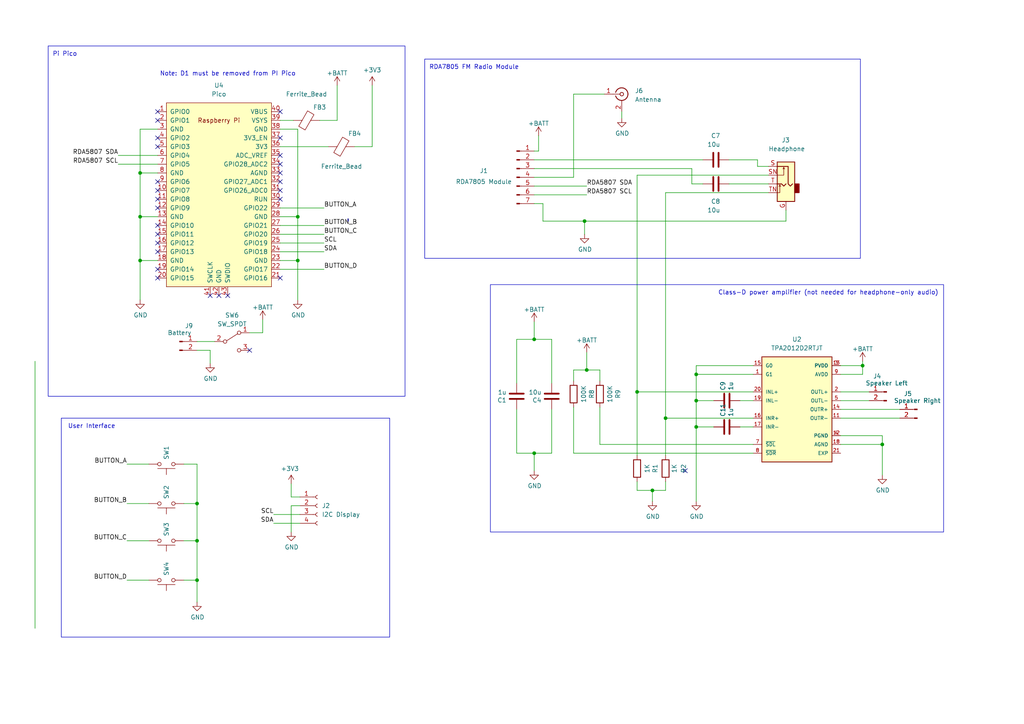
<source format=kicad_sch>
(kicad_sch (version 20230121) (generator eeschema)
  (paper "A4")
  (lib_symbols
    (symbol "Connector:Conn_01x04_Socket" (pin_names (offset 1.016) hide)
      (property "Reference" "J" (at 0 5.08 0))
      (property "Value" "Conn_01x04_Socket" (at 0 -7.62 0))
      (symbol "Conn_01x04_Socket_1_1"
        (arc (start 0 -4.572) (mid -0.5058 -5.08) (end 0 -5.588) (stroke (width 0.1524)))
        (arc (start 0 -2.032) (mid -0.5058 -2.54) (end 0 -3.048) (stroke (width 0.1524)))
        (polyline (pts (xy -1.27 -5.08) (xy -0.508 -5.08)) (stroke (width 0.1524)))
        (polyline (pts (xy -1.27 -2.54) (xy -0.508 -2.54)) (stroke (width 0.1524)))
        (polyline (pts (xy -1.27 0) (xy -0.508 0)) (stroke (width 0.1524)))
        (polyline (pts (xy -1.27 2.54) (xy -0.508 2.54)) (stroke (width 0.1524)))
        (arc (start 0 0.508) (mid -0.5058 0) (end 0 -0.508) (stroke (width 0.1524)))
        (arc (start 0 3.048) (mid -0.5058 2.54) (end 0 2.032) (stroke (width 0.1524)))
        (pin passive line (at -5.08 2.54 0) (length 3.81) (name "Pin_1") (number "1"))
        (pin passive line (at -5.08 0 0) (length 3.81) (name "Pin_2") (number "2"))
        (pin passive line (at -5.08 -2.54 0) (length 3.81) (name "Pin_3") (number "3"))
        (pin passive line (at -5.08 -5.08 0) (length 3.81) (name "Pin_4") (number "4"))
      )
    )
    (symbol "Connector:Conn_01x07_Pin" (pin_names (offset 1.016) hide)
      (property "Reference" "J" (at 0 10.16 0))
      (property "Value" "Conn_01x07_Pin" (at 0 -10.16 0))
      (symbol "Conn_01x07_Pin_1_1"
        (polyline (pts (xy 1.27 -7.62) (xy 0.8636 -7.62)) (stroke (width 0.1524)))
        (polyline (pts (xy 1.27 -5.08) (xy 0.8636 -5.08)) (stroke (width 0.1524)))
        (polyline (pts (xy 1.27 -2.54) (xy 0.8636 -2.54)) (stroke (width 0.1524)))
        (polyline (pts (xy 1.27 0) (xy 0.8636 0)) (stroke (width 0.1524)))
        (polyline (pts (xy 1.27 2.54) (xy 0.8636 2.54)) (stroke (width 0.1524)))
        (polyline (pts (xy 1.27 5.08) (xy 0.8636 5.08)) (stroke (width 0.1524)))
        (polyline (pts (xy 1.27 7.62) (xy 0.8636 7.62)) (stroke (width 0.1524)))
        (rectangle (start 0.8636 -7.493) (end 0 -7.747) (stroke (width 0.1524)) (fill (type outline)))
        (rectangle (start 0.8636 -4.953) (end 0 -5.207) (stroke (width 0.1524)) (fill (type outline)))
        (rectangle (start 0.8636 -2.413) (end 0 -2.667) (stroke (width 0.1524)) (fill (type outline)))
        (rectangle (start 0.8636 0.127) (end 0 -0.127) (stroke (width 0.1524)) (fill (type outline)))
        (rectangle (start 0.8636 2.667) (end 0 2.413) (stroke (width 0.1524)) (fill (type outline)))
        (rectangle (start 0.8636 5.207) (end 0 4.953) (stroke (width 0.1524)) (fill (type outline)))
        (rectangle (start 0.8636 7.747) (end 0 7.493) (stroke (width 0.1524)) (fill (type outline)))
        (pin passive line (at 5.08 7.62 180) (length 3.81) (name "Pin_1") (number "1"))
        (pin passive line (at 5.08 5.08 180) (length 3.81) (name "Pin_2") (number "2"))
        (pin passive line (at 5.08 2.54 180) (length 3.81) (name "Pin_3") (number "3"))
        (pin passive line (at 5.08 0 180) (length 3.81) (name "Pin_4") (number "4"))
        (pin passive line (at 5.08 -2.54 180) (length 3.81) (name "Pin_5") (number "5"))
        (pin passive line (at 5.08 -5.08 180) (length 3.81) (name "Pin_6") (number "6"))
        (pin passive line (at 5.08 -7.62 180) (length 3.81) (name "Pin_7") (number "7"))
      )
    )
    (symbol "Connector:Conn_Coaxial" (pin_names (offset 1.016) hide)
      (property "Reference" "J" (at 0.254 3.048 0))
      (property "Value" "Conn_Coaxial" (at 2.921 0 90))
      (symbol "Conn_Coaxial_0_1"
        (arc (start -1.778 -0.508) (mid 0.2311 -1.8066) (end 1.778 0) (stroke (width 0.254)))
        (polyline (pts (xy -2.54 0) (xy -0.508 0)))
        (polyline (pts (xy 0 -2.54) (xy 0 -1.778)))
        (circle (center 0 0) (radius 0.508) (stroke (width 0.2032)))
        (arc (start 1.778 0) (mid 0.2099 1.8101) (end -1.778 0.508) (stroke (width 0.254)))
      )
      (symbol "Conn_Coaxial_1_1"
        (pin passive line (at -5.08 0 0) (length 2.54) (name "In") (number "1"))
        (pin passive line (at 0 -5.08 90) (length 2.54) (name "Ext") (number "2"))
      )
    )
    (symbol "Device:C" (pin_numbers hide) (pin_names (offset 0.254))
      (property "Reference" "C" (at 0.635 2.54 0))
      (property "Value" "C" (at 0.635 -2.54 0))
      (symbol "C_0_1"
        (polyline (pts (xy -2.032 -0.762) (xy 2.032 -0.762)) (stroke (width 0.508)))
        (polyline (pts (xy -2.032 0.762) (xy 2.032 0.762)) (stroke (width 0.508)))
      )
      (symbol "C_1_1"
        (pin passive line (at 0 3.81 270) (length 2.794) (name "~") (number "1"))
        (pin passive line (at 0 -3.81 90) (length 2.794) (name "~") (number "2"))
      )
    )
    (symbol "Device:Ferrite_Bead" (pin_numbers hide) (pin_names (offset 0))
      (property "Reference" "FB" (at -3.81 0.635 90))
      (property "Value" "Device_Ferrite_Bead" (at 3.81 0 90))
      (symbol "Ferrite_Bead_0_1"
        (polyline (pts (xy 0 -1.27) (xy 0 -1.2192)))
        (polyline (pts (xy 0 1.27) (xy 0 1.2954)))
        (polyline (pts (xy -2.7686 0.4064) (xy -1.7018 2.2606) (xy 2.7686 -0.3048) (xy 1.6764 -2.159) (xy -2.7686 0.4064)))
      )
      (symbol "Ferrite_Bead_1_1"
        (pin passive line (at 0 3.81 270) (length 2.54) (name "~") (number "1"))
        (pin passive line (at 0 -3.81 90) (length 2.54) (name "~") (number "2"))
      )
    )
    (symbol "Device:R" (pin_numbers hide) (pin_names (offset 0))
      (property "Reference" "R" (at 2.032 0 90))
      (property "Value" "R" (at 0 0 90))
      (symbol "R_0_1"
        (rectangle (start -1.016 -2.54) (end 1.016 2.54) (stroke (width 0.254)))
      )
      (symbol "R_1_1"
        (pin passive line (at 0 3.81 270) (length 1.27) (name "~") (number "1"))
        (pin passive line (at 0 -3.81 90) (length 1.27) (name "~") (number "2"))
      )
    )
    (symbol "RADIO-rescue:AudioJack2_Ground_Switch-Connector"
      (property "Reference" "J" (at 0 11.43 0))
      (property "Value" "Connector_AudioJack2_Ground_Switch" (at 0 8.89 0))
      (symbol "AudioJack2_Ground_Switch-Connector_0_1"
        (rectangle (start -2.54 -2.54) (end -3.81 0) (stroke (width 0.254)) (fill (type outline)))
        (rectangle (start 2.54 6.35) (end -2.54 -5.08) (stroke (width 0.254)) (fill (type background)))
      )
      (symbol "AudioJack2_Ground_Switch-Connector_1_1"
        (polyline (pts (xy 0.635 4.826) (xy 0.889 4.318)))
        (polyline (pts (xy 1.778 -0.254) (xy 2.032 -0.762)))
        (polyline (pts (xy 0 0) (xy 0.635 -0.635) (xy 1.27 0) (xy 2.54 0)) (stroke (width 0.254)))
        (polyline (pts (xy 2.54 -2.54) (xy 1.778 -2.54) (xy 1.778 -0.254) (xy 1.524 -0.762)))
        (polyline (pts (xy 2.54 2.54) (xy 0.635 2.54) (xy 0.635 4.826) (xy 0.381 4.318)))
        (polyline (pts (xy 2.54 5.08) (xy -0.635 5.08) (xy -0.635 0) (xy -1.27 -0.635) (xy -1.905 0)) (stroke (width 0.254)))
        (pin passive line (at 0 -7.62 90) (length 2.54) (name "~") (number "G"))
        (pin passive line (at 5.08 5.08 180) (length 2.54) (name "~") (number "S"))
        (pin passive line (at 5.08 2.54 180) (length 2.54) (name "~") (number "SN"))
        (pin passive line (at 5.08 0 180) (length 2.54) (name "~") (number "T"))
        (pin passive line (at 5.08 -2.54 180) (length 2.54) (name "~") (number "TN"))
      )
    )
    (symbol "RADIO-rescue:Conn_01x02_Male-Connector" (pin_names (offset 1.016) hide)
      (property "Reference" "J" (at 0 2.54 0))
      (property "Value" "Connector_Conn_01x02_Male" (at 0 -5.08 0))
      (symbol "Conn_01x02_Male-Connector_1_1"
        (polyline (pts (xy 1.27 -2.54) (xy 0.8636 -2.54)) (stroke (width 0.1524)))
        (polyline (pts (xy 1.27 0) (xy 0.8636 0)) (stroke (width 0.1524)))
        (rectangle (start 0.8636 -2.413) (end 0 -2.667) (stroke (width 0.1524)) (fill (type outline)))
        (rectangle (start 0.8636 0.127) (end 0 -0.127) (stroke (width 0.1524)) (fill (type outline)))
        (pin passive line (at 5.08 0 180) (length 3.81) (name "Pin_1") (number "1"))
        (pin passive line (at 5.08 -2.54 180) (length 3.81) (name "Pin_2") (number "2"))
      )
    )
    (symbol "Switch:SW_Push" (pin_numbers hide) (pin_names (offset 1.016) hide)
      (property "Reference" "SW" (at 1.27 2.54 0))
      (property "Value" "SW_Push" (at 0 -1.524 0))
      (symbol "SW_Push_0_1"
        (circle (center -2.032 0) (radius 0.508))
        (polyline (pts (xy 0 1.27) (xy 0 3.048)))
        (polyline (pts (xy 2.54 1.27) (xy -2.54 1.27)))
        (circle (center 2.032 0) (radius 0.508))
        (pin passive line (at -5.08 0 0) (length 2.54) (name "1") (number "1"))
        (pin passive line (at 5.08 0 180) (length 2.54) (name "2") (number "2"))
      )
    )
    (symbol "Switch:SW_SPDT" (pin_names (offset 0) hide)
      (property "Reference" "SW" (at 0 4.318 0))
      (property "Value" "SW_SPDT" (at 0 -5.08 0))
      (symbol "SW_SPDT_0_0"
        (circle (center -2.032 0) (radius 0.508))
        (circle (center 2.032 -2.54) (radius 0.508))
      )
      (symbol "SW_SPDT_0_1"
        (polyline (pts (xy -1.524 0.254) (xy 1.651 2.286)))
        (circle (center 2.032 2.54) (radius 0.508))
      )
      (symbol "SW_SPDT_1_1"
        (pin passive line (at 5.08 2.54 180) (length 2.54) (name "A") (number "1"))
        (pin passive line (at -5.08 0 0) (length 2.54) (name "B") (number "2"))
        (pin passive line (at 5.08 -2.54 180) (length 2.54) (name "C") (number "3"))
      )
    )
    (symbol "TPA2012D2RTJT:TPA2012D2RTJT" (pin_names (offset 1.016))
      (property "Reference" "U" (at -10.1758 15.2637 0))
      (property "Value" "TPA2012D2RTJT" (at -10.1771 -17.81 0))
      (symbol "TPA2012D2RTJT_0_0"
        (rectangle (start -10.16 -15.24) (end 10.16 15.24) (stroke (width 0.254)) (fill (type background)))
        (pin input line (at -12.7 10.16 0) (length 2.54) (name "G1") (number "1"))
        (pin output line (at 12.7 -2.54 180) (length 2.54) (name "OUTR-") (number "11"))
        (pin power_in line (at 12.7 -7.62 180) (length 2.54) (name "PGND") (number "12"))
        (pin power_in line (at 12.7 12.7 180) (length 2.54) (name "PVDD") (number "13"))
        (pin output line (at 12.7 0 180) (length 2.54) (name "OUTR+") (number "14"))
        (pin input line (at -12.7 12.7 0) (length 2.54) (name "G0") (number "15"))
        (pin input line (at -12.7 -2.54 0) (length 2.54) (name "INR+") (number "16"))
        (pin input line (at -12.7 -5.08 0) (length 2.54) (name "INR-") (number "17"))
        (pin power_in line (at 12.7 -10.16 180) (length 2.54) (name "AGND") (number "18"))
        (pin input line (at -12.7 2.54 0) (length 2.54) (name "INL-") (number "19"))
        (pin output line (at 12.7 5.08 180) (length 2.54) (name "OUTL+") (number "2"))
        (pin input line (at -12.7 5.08 0) (length 2.54) (name "INL+") (number "20"))
        (pin power_in line (at 12.7 -12.7 180) (length 2.54) (name "EXP") (number "21"))
        (pin power_in line (at 12.7 12.7 180) (length 2.54) (name "PVDD") (number "3"))
        (pin power_in line (at 12.7 -7.62 180) (length 2.54) (name "PGND") (number "4"))
        (pin output line (at 12.7 2.54 180) (length 2.54) (name "OUTL-") (number "5"))
        (pin input line (at -12.7 -10.16 0) (length 2.54) (name "~{SDL}") (number "7"))
        (pin input line (at -12.7 -12.7 0) (length 2.54) (name "~{SDR}") (number "8"))
        (pin power_in line (at 12.7 10.16 180) (length 2.54) (name "AVDD") (number "9"))
      )
    )
    (symbol "pico:Pico" (pin_names (offset 1.016))
      (property "Reference" "U2" (at 0 29.21 0))
      (property "Value" "Pico" (at 0 16.51 0))
      (symbol "Pico_0_0"
        (text "Raspberry Pi" (at 0 21.59 0) (effects (font (size 1.27 1.27))))
      )
      (symbol "Pico_0_1"
        (rectangle (start -15.24 26.67) (end 15.24 -26.67) (fill (type background)))
      )
      (symbol "Pico_1_1"
        (pin bidirectional line (at -17.78 24.13 0) (length 2.54) (name "GPIO0") (number "1"))
        (pin bidirectional line (at -17.78 1.27 0) (length 2.54) (name "GPIO7") (number "10"))
        (pin bidirectional line (at -17.78 -1.27 0) (length 2.54) (name "GPIO8") (number "11"))
        (pin bidirectional line (at -17.78 -3.81 0) (length 2.54) (name "GPIO9") (number "12"))
        (pin power_in line (at -17.78 -6.35 0) (length 2.54) (name "GND") (number "13"))
        (pin bidirectional line (at -17.78 -8.89 0) (length 2.54) (name "GPIO10") (number "14"))
        (pin bidirectional line (at -17.78 -11.43 0) (length 2.54) (name "GPIO11") (number "15"))
        (pin bidirectional line (at -17.78 -13.97 0) (length 2.54) (name "GPIO12") (number "16"))
        (pin bidirectional line (at -17.78 -16.51 0) (length 2.54) (name "GPIO13") (number "17"))
        (pin power_in line (at -17.78 -19.05 0) (length 2.54) (name "GND") (number "18"))
        (pin bidirectional line (at -17.78 -21.59 0) (length 2.54) (name "GPIO14") (number "19"))
        (pin bidirectional line (at -17.78 21.59 0) (length 2.54) (name "GPIO1") (number "2"))
        (pin bidirectional line (at -17.78 -24.13 0) (length 2.54) (name "GPIO15") (number "20"))
        (pin bidirectional line (at 17.78 -24.13 180) (length 2.54) (name "GPIO16") (number "21"))
        (pin bidirectional line (at 17.78 -21.59 180) (length 2.54) (name "GPIO17") (number "22"))
        (pin power_in line (at 17.78 -19.05 180) (length 2.54) (name "GND") (number "23"))
        (pin bidirectional line (at 17.78 -16.51 180) (length 2.54) (name "GPIO18") (number "24"))
        (pin bidirectional line (at 17.78 -13.97 180) (length 2.54) (name "GPIO19") (number "25"))
        (pin bidirectional line (at 17.78 -11.43 180) (length 2.54) (name "GPIO20") (number "26"))
        (pin bidirectional line (at 17.78 -8.89 180) (length 2.54) (name "GPIO21") (number "27"))
        (pin power_in line (at 17.78 -6.35 180) (length 2.54) (name "GND") (number "28"))
        (pin bidirectional line (at 17.78 -3.81 180) (length 2.54) (name "GPIO22") (number "29"))
        (pin power_in line (at -17.78 19.05 0) (length 2.54) (name "GND") (number "3"))
        (pin input line (at 17.78 -1.27 180) (length 2.54) (name "RUN") (number "30"))
        (pin bidirectional line (at 17.78 1.27 180) (length 2.54) (name "GPIO26_ADC0") (number "31"))
        (pin bidirectional line (at 17.78 3.81 180) (length 2.54) (name "GPIO27_ADC1") (number "32"))
        (pin power_in line (at 17.78 6.35 180) (length 2.54) (name "AGND") (number "33"))
        (pin bidirectional line (at 17.78 8.89 180) (length 2.54) (name "GPIO28_ADC2") (number "34"))
        (pin unspecified line (at 17.78 11.43 180) (length 2.54) (name "ADC_VREF") (number "35"))
        (pin unspecified line (at 17.78 13.97 180) (length 2.54) (name "3V3") (number "36"))
        (pin input line (at 17.78 16.51 180) (length 2.54) (name "3V3_EN") (number "37"))
        (pin bidirectional line (at 17.78 19.05 180) (length 2.54) (name "GND") (number "38"))
        (pin unspecified line (at 17.78 21.59 180) (length 2.54) (name "VSYS") (number "39"))
        (pin bidirectional line (at -17.78 16.51 0) (length 2.54) (name "GPIO2") (number "4"))
        (pin unspecified line (at 17.78 24.13 180) (length 2.54) (name "VBUS") (number "40"))
        (pin input line (at -2.54 -29.21 90) (length 2.54) (name "SWCLK") (number "41"))
        (pin power_in line (at 0 -29.21 90) (length 2.54) (name "GND") (number "42"))
        (pin bidirectional line (at 2.54 -29.21 90) (length 2.54) (name "SWDIO") (number "43"))
        (pin bidirectional line (at -17.78 13.97 0) (length 2.54) (name "GPIO3") (number "5"))
        (pin bidirectional line (at -17.78 11.43 0) (length 2.54) (name "GPIO4") (number "6"))
        (pin bidirectional line (at -17.78 8.89 0) (length 2.54) (name "GPIO5") (number "7"))
        (pin power_in line (at -17.78 6.35 0) (length 2.54) (name "GND") (number "8"))
        (pin bidirectional line (at -17.78 3.81 0) (length 2.54) (name "GPIO6") (number "9"))
      )
    )
    (symbol "power:+3V3" (power) (pin_names (offset 0))
      (property "Value" "+3V3" (at 0 3.556 0))
      (symbol "+3V3_0_1"
        (polyline (pts (xy -0.762 1.27) (xy 0 2.54)))
        (polyline (pts (xy 0 0) (xy 0 2.54)))
        (polyline (pts (xy 0 2.54) (xy 0.762 1.27)))
      )
      (symbol "+3V3_1_1"
        (pin power_in line (at 0 0 90) (length 0) hide (name "+3V3") (number "1"))
      )
    )
    (symbol "power:+BATT" (power) (pin_names (offset 0))
      (property "Value" "+BATT" (at 0 3.556 0))
      (symbol "+BATT_0_1"
        (polyline (pts (xy -0.762 1.27) (xy 0 2.54)))
        (polyline (pts (xy 0 0) (xy 0 2.54)))
        (polyline (pts (xy 0 2.54) (xy 0.762 1.27)))
      )
      (symbol "+BATT_1_1"
        (pin power_in line (at 0 0 90) (length 0) hide (name "+BATT") (number "1"))
      )
    )
    (symbol "power:GND" (power) (pin_names (offset 0))
      (property "Value" "GND" (at 0 -3.81 0))
      (symbol "GND_0_1"
        (polyline (pts (xy 0 0) (xy 0 -1.27) (xy 1.27 -1.27) (xy 0 -2.54) (xy -1.27 -1.27) (xy 0 -1.27)))
      )
      (symbol "GND_1_1"
        (pin power_in line (at 0 0 270) (length 0) hide (name "GND") (number "1"))
      )
    )
  )
  (junction (at 57.15 146.05))
  (junction (at 169.545 64.135))
  (junction (at 201.93 123.825))
  (junction (at 40.64 50.165))
  (junction (at 189.23 142.24))
  (junction (at 201.93 116.205))
  (junction (at 57.15 156.845))
  (junction (at 255.905 128.905))
  (junction (at 201.93 108.585))
  (junction (at 250.19 106.045))
  (junction (at 86.36 62.865))
  (junction (at 40.64 75.565))
  (junction (at 170.18 107.315))
  (junction (at 86.36 75.565))
  (junction (at 154.94 98.425))
  (junction (at 193.04 121.285))
  (junction (at 57.15 168.275))
  (junction (at 184.785 113.665))
  (junction (at 154.94 131.445))
  (junction (at 40.64 62.865))
  (no_connect (at 45.72 57.785))
  (no_connect (at 198.755 136.525))
  (no_connect (at 45.72 78.105))
  (no_connect (at 45.72 80.645))
  (no_connect (at 81.28 55.245))
  (no_connect (at 45.72 34.925))
  (no_connect (at 45.72 40.005))
  (no_connect (at 66.04 85.725))
  (no_connect (at 81.28 40.005))
  (no_connect (at 60.96 85.725))
  (no_connect (at 45.72 73.025))
  (no_connect (at 45.72 67.945))
  (no_connect (at 45.72 65.405))
  (no_connect (at 81.28 32.385))
  (no_connect (at 81.28 45.085))
  (no_connect (at 45.72 42.545))
  (no_connect (at 45.72 60.325))
  (no_connect (at 45.72 52.705))
  (no_connect (at 81.28 57.785))
  (no_connect (at 45.72 32.385))
  (no_connect (at 81.28 47.625))
  (no_connect (at 72.39 101.6))
  (no_connect (at 45.72 70.485))
  (no_connect (at 81.28 50.165))
  (no_connect (at 81.28 80.645))
  (no_connect (at 63.5 85.725))
  (no_connect (at 81.28 52.705))
  (no_connect (at 45.72 55.245))
  (wire (pts (xy 193.04 55.88) (xy 222.885 55.88)))
  (wire (pts (xy 154.94 46.355) (xy 203.835 46.355)))
  (wire (pts (xy 81.28 62.865) (xy 86.36 62.865)))
  (wire (pts (xy 57.15 146.05) (xy 57.15 156.845)))
  (wire (pts (xy 81.28 75.565) (xy 86.36 75.565)))
  (wire (pts (xy 169.545 64.135) (xy 169.545 67.945)))
  (wire (pts (xy 250.19 106.045) (xy 250.19 104.775)))
  (wire (pts (xy 154.94 48.895) (xy 200.66 48.895)))
  (wire (pts (xy 166.37 107.315) (xy 166.37 110.49)))
  (wire (pts (xy 166.37 107.315) (xy 170.18 107.315)))
  (wire (pts (xy 166.37 27.305) (xy 175.26 27.305)))
  (wire (pts (xy 86.36 75.565) (xy 86.36 86.995)))
  (wire (pts (xy 45.72 75.565) (xy 40.64 75.565)))
  (wire (pts (xy 157.48 59.055) (xy 157.48 64.135)))
  (wire (pts (xy 200.66 53.34) (xy 200.66 48.895)))
  (wire (pts (xy 189.23 145.415) (xy 189.23 142.24)))
  (wire (pts (xy 53.34 134.62) (xy 57.15 134.62)))
  (wire (pts (xy 149.86 111.125) (xy 149.86 98.425)))
  (wire (pts (xy 72.39 96.52) (xy 76.2 96.52)))
  (wire (pts (xy 166.37 51.435) (xy 166.37 27.305)))
  (wire (pts (xy 218.44 106.045) (xy 201.93 106.045)))
  (wire (pts (xy 86.995 146.685) (xy 84.455 146.685)))
  (wire (pts (xy 243.84 108.585) (xy 250.19 108.585)))
  (wire (pts (xy 154.94 56.515) (xy 170.18 56.515)))
  (wire (pts (xy 57.15 168.275) (xy 53.34 168.275)))
  (wire (pts (xy 81.28 37.465) (xy 86.36 37.465)))
  (wire (pts (xy 81.28 67.945) (xy 93.98 67.945)))
  (wire (pts (xy 154.94 131.445) (xy 160.02 131.445)))
  (wire (pts (xy 169.545 64.135) (xy 227.965 64.135)))
  (wire (pts (xy 154.94 98.425) (xy 154.94 93.345)))
  (wire (pts (xy 250.19 108.585) (xy 250.19 106.045)))
  (wire (pts (xy 57.15 168.275) (xy 57.15 174.625)))
  (wire (pts (xy 154.94 53.975) (xy 170.18 53.975)))
  (wire (pts (xy 214.63 123.825) (xy 218.44 123.825)))
  (wire (pts (xy 255.905 126.365) (xy 255.905 128.905)))
  (bus (pts (xy 100.965 63.5) (xy 100.965 64.135)))
  (wire (pts (xy 40.64 37.465) (xy 40.64 50.165)))
  (wire (pts (xy 81.28 65.405) (xy 93.98 65.405)))
  (wire (pts (xy 53.34 156.845) (xy 57.15 156.845)))
  (wire (pts (xy 84.455 140.335) (xy 84.455 144.145)))
  (wire (pts (xy 166.37 118.11) (xy 166.37 131.445)))
  (wire (pts (xy 193.04 139.7) (xy 193.04 142.24)))
  (wire (pts (xy 173.99 107.315) (xy 173.99 110.49)))
  (wire (pts (xy 107.95 42.545) (xy 107.95 24.765)))
  (wire (pts (xy 97.79 34.925) (xy 92.71 34.925)))
  (wire (pts (xy 57.15 99.06) (xy 62.23 99.06)))
  (wire (pts (xy 170.18 107.315) (xy 170.18 102.235)))
  (wire (pts (xy 81.28 42.545) (xy 95.25 42.545)))
  (wire (pts (xy 10.16 104.775) (xy 10.16 182.245)))
  (wire (pts (xy 57.15 156.845) (xy 57.15 168.275)))
  (wire (pts (xy 211.455 46.355) (xy 219.71 46.355)))
  (wire (pts (xy 79.375 149.225) (xy 86.995 149.225)))
  (wire (pts (xy 40.64 62.865) (xy 40.64 75.565)))
  (wire (pts (xy 84.455 144.145) (xy 86.995 144.145)))
  (wire (pts (xy 154.94 131.445) (xy 154.94 136.525)))
  (wire (pts (xy 201.93 116.205) (xy 201.93 123.825)))
  (wire (pts (xy 45.72 62.865) (xy 40.64 62.865)))
  (wire (pts (xy 243.84 116.205) (xy 252.095 116.205)))
  (wire (pts (xy 45.72 50.165) (xy 40.64 50.165)))
  (wire (pts (xy 53.34 146.05) (xy 57.15 146.05)))
  (wire (pts (xy 243.84 106.045) (xy 250.19 106.045)))
  (wire (pts (xy 184.785 139.7) (xy 184.785 142.24)))
  (wire (pts (xy 157.48 59.055) (xy 154.94 59.055)))
  (wire (pts (xy 201.93 123.825) (xy 201.93 145.415)))
  (wire (pts (xy 154.94 51.435) (xy 166.37 51.435)))
  (wire (pts (xy 76.2 96.52) (xy 76.2 92.71)))
  (wire (pts (xy 227.965 64.135) (xy 227.965 60.96)))
  (wire (pts (xy 173.99 128.905) (xy 218.44 128.905)))
  (wire (pts (xy 201.93 106.045) (xy 201.93 108.585)))
  (wire (pts (xy 243.84 118.745) (xy 260.985 118.745)))
  (wire (pts (xy 173.99 128.905) (xy 173.99 118.11)))
  (wire (pts (xy 166.37 131.445) (xy 218.44 131.445)))
  (wire (pts (xy 184.785 50.8) (xy 222.885 50.8)))
  (wire (pts (xy 211.455 53.34) (xy 222.885 53.34)))
  (wire (pts (xy 102.87 42.545) (xy 107.95 42.545)))
  (wire (pts (xy 81.28 34.925) (xy 85.09 34.925)))
  (wire (pts (xy 34.29 45.085) (xy 45.72 45.085)))
  (wire (pts (xy 243.84 128.905) (xy 255.905 128.905)))
  (wire (pts (xy 189.23 142.24) (xy 193.04 142.24)))
  (wire (pts (xy 97.79 24.765) (xy 97.79 34.925)))
  (wire (pts (xy 81.28 73.025) (xy 93.98 73.025)))
  (wire (pts (xy 214.63 116.205) (xy 218.44 116.205)))
  (wire (pts (xy 40.64 75.565) (xy 40.64 86.995)))
  (wire (pts (xy 201.93 123.825) (xy 207.01 123.825)))
  (wire (pts (xy 160.02 98.425) (xy 154.94 98.425)))
  (wire (pts (xy 200.66 53.34) (xy 203.835 53.34)))
  (wire (pts (xy 86.36 62.865) (xy 86.36 75.565)))
  (wire (pts (xy 243.84 113.665) (xy 252.095 113.665)))
  (wire (pts (xy 34.29 47.625) (xy 45.72 47.625)))
  (wire (pts (xy 149.86 118.745) (xy 149.86 131.445)))
  (wire (pts (xy 154.94 43.815) (xy 156.21 43.815)))
  (wire (pts (xy 149.86 98.425) (xy 154.94 98.425)))
  (wire (pts (xy 81.28 78.105) (xy 93.98 78.105)))
  (wire (pts (xy 243.84 126.365) (xy 255.905 126.365)))
  (wire (pts (xy 86.36 37.465) (xy 86.36 62.865)))
  (wire (pts (xy 36.83 146.05) (xy 43.18 146.05)))
  (wire (pts (xy 180.34 32.385) (xy 180.34 34.29)))
  (wire (pts (xy 156.21 43.815) (xy 156.21 39.37)))
  (wire (pts (xy 218.44 121.285) (xy 193.04 121.285)))
  (wire (pts (xy 84.455 146.685) (xy 84.455 154.305)))
  (wire (pts (xy 173.99 107.315) (xy 170.18 107.315)))
  (wire (pts (xy 219.71 46.355) (xy 219.71 48.26)))
  (wire (pts (xy 222.885 48.26) (xy 219.71 48.26)))
  (wire (pts (xy 40.64 50.165) (xy 40.64 62.865)))
  (wire (pts (xy 160.02 118.745) (xy 160.02 131.445)))
  (wire (pts (xy 201.93 116.205) (xy 207.01 116.205)))
  (wire (pts (xy 243.84 121.285) (xy 260.985 121.285)))
  (wire (pts (xy 193.04 121.285) (xy 193.04 132.08)))
  (wire (pts (xy 201.93 108.585) (xy 201.93 116.205)))
  (wire (pts (xy 36.83 156.845) (xy 43.18 156.845)))
  (wire (pts (xy 160.02 111.125) (xy 160.02 98.425)))
  (wire (pts (xy 184.785 132.08) (xy 184.785 113.665)))
  (wire (pts (xy 218.44 108.585) (xy 201.93 108.585)))
  (wire (pts (xy 193.04 55.88) (xy 193.04 121.285)))
  (wire (pts (xy 184.785 113.665) (xy 218.44 113.665)))
  (wire (pts (xy 36.83 134.62) (xy 43.18 134.62)))
  (wire (pts (xy 149.86 131.445) (xy 154.94 131.445)))
  (wire (pts (xy 81.28 60.325) (xy 93.98 60.325)))
  (wire (pts (xy 184.785 50.8) (xy 184.785 113.665)))
  (wire (pts (xy 255.905 128.905) (xy 255.905 137.795)))
  (wire (pts (xy 169.545 64.135) (xy 157.48 64.135)))
  (wire (pts (xy 184.785 142.24) (xy 189.23 142.24)))
  (wire (pts (xy 60.96 101.6) (xy 60.96 105.41)))
  (wire (pts (xy 45.72 37.465) (xy 40.64 37.465)))
  (wire (pts (xy 81.28 70.485) (xy 93.98 70.485)))
  (wire (pts (xy 36.83 168.275) (xy 43.18 168.275)))
  (wire (pts (xy 57.15 101.6) (xy 60.96 101.6)))
  (wire (pts (xy 57.15 134.62) (xy 57.15 146.05)))
  (wire (pts (xy 79.375 151.765) (xy 86.995 151.765)))
  (rectangle (start 13.97 13.335) (end 117.475 114.935))
  (rectangle (start 17.78 121.285) (end 113.03 184.785))
  (rectangle (start 123.19 17.145) (end 249.555 74.93))
  (rectangle (start 142.24 82.55) (end 273.685 154.305))
  (text "RDA7805 FM Radio Module" (at 124.46 20.32 0) (effects (font (size 1.27 1.27)) (justify left bottom)))
  (text "Note: D1 must be removed from PI Pico" (at 46.355 22.225 0) (effects (font (size 1.27 1.27)) (justify left bottom)))
  (text "User Interface" (at 19.685 124.46 0) (effects (font (size 1.27 1.27)) (justify left bottom)))
  (text "Pi Pico" (at 15.24 16.51 0) (effects (font (size 1.27 1.27)) (justify left bottom)))
  (text "Class-D power amplifier (not needed for headphone-only audio)" (at 208.28 85.725 0) (effects (font (size 1.27 1.27)) (justify left bottom)))
  (label "SCL" (at 93.98 70.485 0))
  (label "RDA5807 SCL" (at 170.18 56.515 0))
  (label "BUTTON_A" (at 36.83 134.62 180))
  (label "BUTTON_D" (at 36.83 168.275 180))
  (label "BUTTON_B" (at 93.98 65.405 0))
  (label "RDA5807 SDA" (at 170.18 53.975 0))
  (label "SCL" (at 79.375 149.225 180))
  (label "BUTTON_C" (at 93.98 67.945 0))
  (label "BUTTON_D" (at 93.98 78.105 0))
  (label "SDA" (at 93.98 73.025 0))
  (label "BUTTON_B" (at 36.83 146.05 180))
  (label "RDA5807 SDA" (at 34.29 45.085 180))
  (label "RDA5807 SCL" (at 34.29 47.625 180))
  (label "SDA" (at 79.375 151.765 180))
  (label "BUTTON_A" (at 93.98 60.325 0))
  (label "BUTTON_C" (at 36.83 156.845 180))
  (symbol (lib_id "Connector:Conn_01x07_Pin") (at 149.86 51.435 0) (unit 1)
    (property "Reference" "J1" (at 140.335 49.53 0))
    (property "Value" "RDA7805 Module" (at 140.335 52.705 0))
  )
  (symbol (lib_id "power:GND") (at 255.905 137.795 0) (unit 1)
    (property "Reference" "#PWR013" (effects hide))
    (property "Value" "GND" (at 256.032 142.1892 0))
  )
  (symbol (lib_id "RADIO-rescue:Conn_01x02_Male-Connector") (at 266.065 118.745 0) (mirror y) (unit 1)
    (property "Reference" "J5" (at 263.3218 114.1984 0))
    (property "Value" "Speaker Right" (at 266.065 116.205 0))
    (property "Footprint" "Connector_PinHeader_2.54mm:PinHeader_1x02_P2.54mm_Vertical" (effects hide))
  )
  (symbol (lib_id "RADIO-rescue:AudioJack2_Ground_Switch-Connector") (at 227.965 53.34 0) (mirror y) (unit 1)
    (property "Reference" "J3" (at 226.695 40.64 0) (effects (justify right)))
    (property "Value" "Headphone" (at 222.885 43.18 0) (effects (justify right)))
    (property "Footprint" "things:jack3.5mm switched" (effects hide))
  )
  (symbol (lib_id "power:+BATT") (at 156.21 39.37 0) (unit 1)
    (property "Reference" "#PWR?" (effects hide))
    (property "Value" "+BATT" (at 156.21 35.814 0))
  )
  (symbol (lib_id "power:+BATT") (at 154.94 93.345 0) (unit 1)
    (property "Reference" "#PWR?" (effects hide))
    (property "Value" "+BATT" (at 154.94 89.789 0))
  )
  (symbol (lib_id "Device:C") (at 210.82 116.205 90) (unit 1)
    (property "Reference" "C9" (at 209.677 113.284 0) (effects (justify left)))
    (property "Value" "1u" (at 211.963 113.284 0) (effects (justify left)))
    (property "Footprint" "Capacitor_SMD:C_0805_2012Metric" (effects hide))
  )
  (symbol (lib_id "Switch:SW_SPDT") (at 67.31 99.06 0) (unit 1)
    (property "Reference" "SW6" (at 67.31 91.44 0))
    (property "Value" "SW_SPDT" (at 67.31 93.98 0))
    (property "Footprint" "Button_Switch_THT:SW_Slide_1P2T_CK_OS102011MS2Q" (effects hide))
  )
  (symbol (lib_id "power:GND") (at 86.36 86.995 0) (unit 1)
    (property "Reference" "#PWR040" (effects hide))
    (property "Value" "GND" (at 86.487 91.3892 0))
  )
  (symbol (lib_id "Device:R") (at 184.785 135.89 0) (unit 1)
    (property "Reference" "R1" (at 190.0174 135.89 90))
    (property "Value" "1K" (at 187.706 135.89 90))
    (property "Footprint" "Resistor_SMD:R_0805_2012Metric" (effects hide))
  )
  (symbol (lib_id "power:GND") (at 84.455 154.305 0) (unit 1)
    (property "Reference" "#PWR07" (effects hide))
    (property "Value" "GND" (at 84.582 158.6992 0))
  )
  (symbol (lib_id "Device:C") (at 207.645 46.355 90) (unit 1)
    (property "Reference" "C7" (at 208.915 39.37 90) (effects (justify left)))
    (property "Value" "10u" (at 208.915 41.91 90) (effects (justify left)))
    (property "Footprint" "Capacitor_SMD:C_0805_2012Metric" (effects hide))
  )
  (symbol (lib_id "Switch:SW_Push") (at 48.26 134.62 180) (unit 1)
    (property "Reference" "SW1" (at 48.26 133.35 90) (effects (justify right)))
    (property "Value" "SW_Push" (effects hide))
    (property "Footprint" "Button_Switch_THT:SW_Tactile_Straight_KSA0Axx1LFTR" (effects hide))
  )
  (symbol (lib_id "Device:C") (at 210.82 123.825 90) (unit 1)
    (property "Reference" "C11" (at 209.677 120.904 0) (effects (justify left)))
    (property "Value" "1u" (at 211.963 120.904 0) (effects (justify left)))
    (property "Footprint" "Capacitor_SMD:C_0805_2012Metric" (effects hide))
  )
  (symbol (lib_id "Device:C") (at 160.02 114.935 180) (unit 1)
    (property "Reference" "C4" (at 157.099 116.078 0) (effects (justify left)))
    (property "Value" "10u" (at 157.099 113.792 0) (effects (justify left)))
    (property "Footprint" "Capacitor_SMD:C_0805_2012Metric" (effects hide))
  )
  (symbol (lib_id "Switch:SW_Push") (at 48.26 156.845 180) (unit 1)
    (property "Reference" "SW3" (at 48.26 155.575 90) (effects (justify right)))
    (property "Value" "SW_Push" (effects hide))
    (property "Footprint" "Button_Switch_THT:SW_Tactile_Straight_KSA0Axx1LFTR" (effects hide))
  )
  (symbol (lib_id "power:+3V3") (at 84.455 140.335 0) (mirror y) (unit 1)
    (property "Reference" "#PWR04" (effects hide))
    (property "Value" "+3V3" (at 84.074 135.9408 0))
  )
  (symbol (lib_id "power:+BATT") (at 250.19 104.775 0) (unit 1)
    (property "Reference" "#PWR?" (effects hide))
    (property "Value" "+BATT" (at 250.19 101.219 0))
  )
  (symbol (lib_id "TPA2012D2RTJT:TPA2012D2RTJT") (at 231.14 118.745 0) (unit 1)
    (property "Reference" "U2" (at 231.14 98.425 0))
    (property "Value" "TPA2012D2RTJT" (at 231.14 100.965 0))
    (property "Footprint" "things:QFN50P400X400X80-21N270X270" (effects hide))
    (property "DigiKey_Part_Number" "296-26878-2-ND" (effects hide))
    (property "MF" "Texas Instruments" (effects hide))
    (property "Purchase-URL" "https://www.snapeda.com/api/url_track_click_mouser/?unipart_id=87090&manufacturer=Texas Instruments&part_name=TPA2012D2RTJT&search_term=None" (effects hide))
    (property "Package" "WQFN-20 Texas Instruments" (effects hide))
    (property "Check_prices" "https://www.snapeda.com/parts/TPA2012D2RTJT/Texas+Instruments/view-part/?ref=eda" (effects hide))
    (property "STANDARD" "IPC-7351B" (effects hide))
    (property "PARTREV" "NA" (effects hide))
    (property "SnapEDA_Link" "https://www.snapeda.com/parts/TPA2012D2RTJT/Texas+Instruments/view-part/?ref=snap" (effects hide))
    (property "MP" "TPA2012D2RTJT" (effects hide))
    (property "Description" "\n2.1-W, stereo, analog input Class-D audio amp with selectable gain\n" (effects hide))
    (property "MANUFACTURER" "TEXAS INSTRUMENTS" (effects hide))
  )
  (symbol (lib_id "power:+3V3") (at 107.95 24.765 0) (mirror y) (unit 1)
    (property "Reference" "#PWR042" (effects hide))
    (property "Value" "+3V3" (at 107.95 20.32 0))
  )
  (symbol (lib_id "Device:R") (at 173.99 114.3 0) (unit 1)
    (property "Reference" "R9" (at 179.2224 114.3 90))
    (property "Value" "100K" (at 176.911 114.3 90))
    (property "Footprint" "Resistor_SMD:R_0805_2012Metric" (effects hide))
  )
  (symbol (lib_id "power:GND") (at 40.64 86.995 0) (unit 1)
    (property "Reference" "#PWR039" (effects hide))
    (property "Value" "GND" (at 40.767 91.3892 0))
  )
  (symbol (lib_id "Device:C") (at 149.86 114.935 180) (unit 1)
    (property "Reference" "C1" (at 146.939 116.078 0) (effects (justify left)))
    (property "Value" "1u" (at 146.939 113.792 0) (effects (justify left)))
    (property "Footprint" "Capacitor_SMD:C_0805_2012Metric" (effects hide))
  )
  (symbol (lib_id "power:GND") (at 154.94 136.525 0) (unit 1)
    (property "Reference" "#PWR06" (effects hide))
    (property "Value" "GND" (at 155.067 140.9192 0))
  )
  (symbol (lib_id "power:GND") (at 57.15 174.625 0) (unit 1)
    (property "Reference" "#PWR03" (effects hide))
    (property "Value" "GND" (at 57.277 179.0192 0))
  )
  (symbol (lib_id "Device:R") (at 193.04 135.89 0) (unit 1)
    (property "Reference" "R2" (at 198.2724 135.89 90))
    (property "Value" "1K" (at 195.58 135.89 90))
    (property "Footprint" "Resistor_SMD:R_0805_2012Metric" (effects hide))
  )
  (symbol (lib_id "power:GND") (at 189.23 145.415 0) (unit 1)
    (property "Reference" "#PWR01" (effects hide))
    (property "Value" "GND" (at 189.357 149.8092 0))
  )
  (symbol (lib_id "power:GND") (at 60.96 105.41 0) (unit 1)
    (property "Reference" "#PWR033" (effects hide))
    (property "Value" "GND" (at 61.087 109.8042 0))
  )
  (symbol (lib_id "Device:R") (at 166.37 114.3 0) (unit 1)
    (property "Reference" "R8" (at 171.6024 114.3 90))
    (property "Value" "100K" (at 169.291 114.3 90))
    (property "Footprint" "Resistor_SMD:R_0805_2012Metric" (effects hide))
  )
  (symbol (lib_id "Device:Ferrite_Bead") (at 88.9 34.925 90) (unit 1)
    (property "Reference" "FB3" (at 92.71 31.115 90))
    (property "Value" "Ferrite_Bead" (at 88.9 27.305 90))
    (property "Footprint" "Inductor_SMD:L_0805_2012Metric" (effects hide))
  )
  (symbol (lib_id "power:+BATT") (at 97.79 24.765 0) (unit 1)
    (property "Reference" "#PWR?" (effects hide))
    (property "Value" "+BATT" (at 97.79 21.209 0))
  )
  (symbol (lib_id "Device:Ferrite_Bead") (at 99.06 42.545 90) (unit 1)
    (property "Reference" "FB4" (at 102.87 38.735 90))
    (property "Value" "Ferrite_Bead" (at 99.06 48.26 90))
    (property "Footprint" "Inductor_SMD:L_0805_2012Metric" (effects hide))
  )
  (symbol (lib_id "pico:Pico") (at 63.5 56.515 0) (unit 1)
    (property "Reference" "U4" (at 63.5 24.765 0))
    (property "Value" "Pico" (at 63.5 27.305 0))
    (property "Footprint" "things:RPi_Pico_SMD_TH" (effects hide))
  )
  (symbol (lib_id "RADIO-rescue:Conn_01x02_Male-Connector") (at 257.175 113.665 0) (mirror y) (unit 1)
    (property "Reference" "J4" (at 254.4318 109.1184 0))
    (property "Value" "Speaker Left" (at 257.175 111.125 0))
    (property "Footprint" "Connector_PinHeader_2.54mm:PinHeader_1x02_P2.54mm_Vertical" (effects hide))
  )
  (symbol (lib_id "Switch:SW_Push") (at 48.26 168.275 180) (unit 1)
    (property "Reference" "SW4" (at 48.26 167.005 90) (effects (justify right)))
    (property "Value" "SW_Push" (effects hide))
    (property "Footprint" "Button_Switch_THT:SW_Tactile_Straight_KSA0Axx1LFTR" (effects hide))
  )
  (symbol (lib_id "Device:C") (at 207.645 53.34 90) (unit 1)
    (property "Reference" "C8" (at 208.915 58.42 90) (effects (justify left)))
    (property "Value" "10u" (at 208.915 60.96 90) (effects (justify left)))
    (property "Footprint" "Capacitor_SMD:C_0805_2012Metric" (effects hide))
  )
  (symbol (lib_id "power:+BATT") (at 76.2 92.71 0) (unit 1)
    (property "Reference" "#PWR?" (effects hide))
    (property "Value" "+BATT" (at 76.2 89.154 0))
  )
  (symbol (lib_id "Switch:SW_Push") (at 48.26 146.05 180) (unit 1)
    (property "Reference" "SW2" (at 48.26 144.78 90) (effects (justify right)))
    (property "Value" "SW_Push" (effects hide))
    (property "Footprint" "Button_Switch_THT:SW_Tactile_Straight_KSA0Axx1LFTR" (effects hide))
  )
  (symbol (lib_id "power:GND") (at 169.545 67.945 0) (unit 1)
    (property "Reference" "#PWR011" (effects hide))
    (property "Value" "GND" (at 169.672 72.3392 0))
  )
  (symbol (lib_id "power:GND") (at 201.93 145.415 0) (unit 1)
    (property "Reference" "#PWR010" (effects hide))
    (property "Value" "GND" (at 202.057 149.8092 0))
  )
  (symbol (lib_id "Connector:Conn_Coaxial") (at 180.34 27.305 0) (unit 1)
    (property "Reference" "J6" (at 184.15 26.3282 0) (effects (justify left)))
    (property "Value" "Antenna" (at 184.15 28.8682 0) (effects (justify left)))
    (property "Datasheet" " ~" (effects hide))
  )
  (symbol (lib_id "Connector:Conn_01x04_Socket") (at 92.075 146.685 0) (unit 1)
    (property "Reference" "J2" (at 93.345 146.685 0) (effects (justify left)))
    (property "Value" "I2C Display" (at 93.345 149.225 0) (effects (justify left)))
    (property "Footprint" "things:SDD1306" (effects hide))
  )
  (symbol (lib_id "RADIO-rescue:Conn_01x02_Male-Connector") (at 52.07 99.06 0) (unit 1)
    (property "Reference" "J9" (at 54.8132 94.5134 0))
    (property "Value" "Battery" (at 52.07 96.52 0))
    (property "Footprint" "Connector_PinHeader_2.54mm:PinHeader_1x02_P2.54mm_Vertical" (effects hide))
  )
  (symbol (lib_id "power:+BATT") (at 170.18 102.235 0) (unit 1)
    (property "Reference" "#PWR?" (effects hide))
    (property "Value" "+BATT" (at 170.18 98.679 0))
  )
  (symbol (lib_id "power:GND") (at 180.34 34.29 0) (unit 1)
    (property "Reference" "#PWR02" (effects hide))
    (property "Value" "GND" (at 180.467 38.6842 0))
  )
)
</source>
